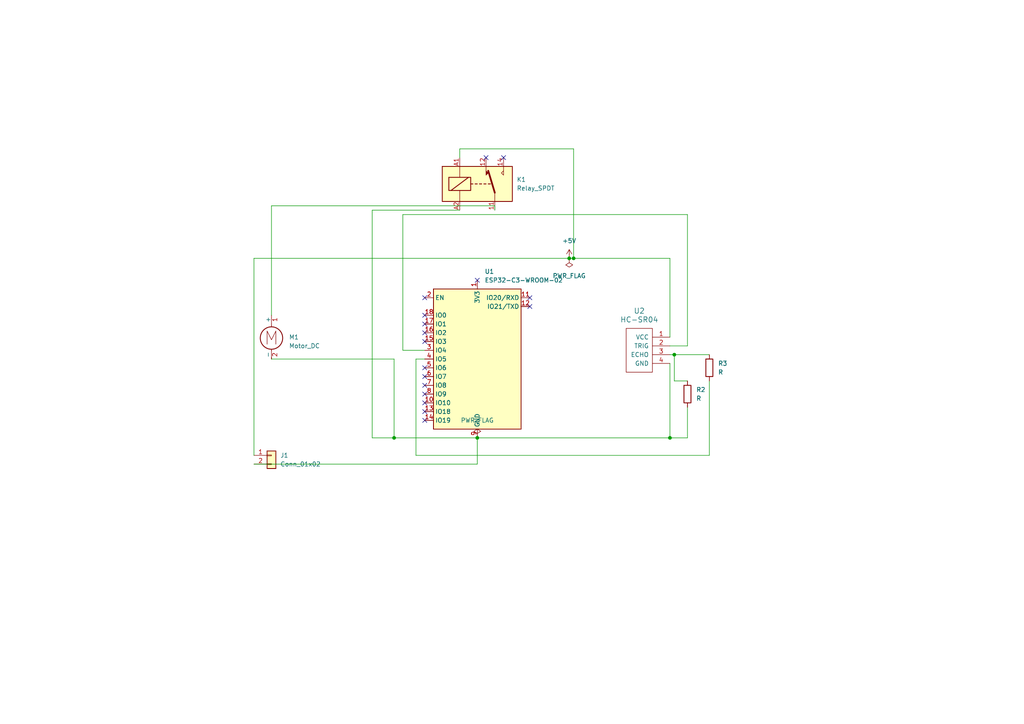
<source format=kicad_sch>
(kicad_sch (version 20250114) (generator "eeschema") (generator_version "9.0")
  (paper "A4")
  (lib_symbols
    (symbol "Connector_Generic:Conn_01x02" (pin_names (offset 1.016) (hide yes))
      (property "Reference" "J" (at 0 2.54 0))
      (property "Value" "Conn_01x02" (at 0 -5.08 0))
      (symbol "Conn_01x02_1_1"
        (rectangle (start -1.27 1.27) (end 1.27 -3.81) (stroke (width 0.254)) (fill (type background)))
        (rectangle (start -1.27 0.127) (end 0 -0.127) (stroke (width 0.1524)))
        (rectangle (start -1.27 -2.413) (end 0 -2.667) (stroke (width 0.1524)))
        (pin passive line (at -5.08 0 0) (length 3.81) (name "Pin_1") (number "1"))
        (pin passive line (at -5.08 -2.54 0) (length 3.81) (name "Pin_2") (number "2"))
      )
    )
    (symbol "Device:R" (pin_numbers (hide yes)) (pin_names (offset 0))
      (property "Reference" "R" (at 2.032 0 90))
      (property "Value" "R" (at 0 0 90))
      (symbol "R_0_1"
        (rectangle (start -1.016 -2.54) (end 1.016 2.54) (stroke (width 0.254)))
      )
      (symbol "R_1_1"
        (pin passive line (at 0 3.81 270) (length 1.27) (name "~") (number "1"))
        (pin passive line (at 0 -3.81 90) (length 1.27) (name "~") (number "2"))
      )
    )
    (symbol "Motor:Motor_DC" (pin_names (offset 0))
      (property "Reference" "M" (at 2.54 2.54 0))
      (property "Value" "Motor_DC" (at 2.54 -5.08 0))
      (symbol "Motor_DC_0_0"
        (polyline (pts (xy -1.27 -3.302) (xy -1.27 0.508) (xy 0 -2.032) (xy 1.27 0.508) (xy 1.27 -3.302)))
      )
      (symbol "Motor_DC_0_1"
        (polyline (pts (xy 0 2.032) (xy 0 2.54)))
        (polyline (pts (xy 0 1.7272) (xy 0 2.0828)))
        (circle (center 0 -1.524) (radius 3.2512) (stroke (width 0.254)))
        (polyline (pts (xy 0 -4.7752) (xy 0 -5.1816)))
        (polyline (pts (xy 0 -7.62) (xy 0 -7.112)))
      )
      (symbol "Motor_DC_1_1"
        (pin passive line (at 0 5.08 270) (length 2.54) (name "+") (number "1"))
        (pin passive line (at 0 -7.62 90) (length 2.54) (name "-") (number "2"))
      )
    )
    (symbol "RF_Module:ESP32-C3-WROOM-02"
      (property "Reference" "U" (at -12.192 21.336 0))
      (property "Value" "ESP32-C3-WROOM-02" (at 12.192 21.336 0))
      (symbol "ESP32-C3-WROOM-02_1_1"
        (rectangle (start -12.7 20.32) (end 12.7 -20.32) (stroke (width 0.254)) (fill (type background)))
        (pin input line (at -15.24 17.78 0) (length 2.54) (name "EN") (number "2"))
        (pin bidirectional line (at -15.24 12.7 0) (length 2.54) (name "IO0") (number "18"))
        (pin bidirectional line (at -15.24 10.16 0) (length 2.54) (name "IO1") (number "17"))
        (pin bidirectional line (at -15.24 7.62 0) (length 2.54) (name "IO2") (number "16"))
        (pin bidirectional line (at -15.24 5.08 0) (length 2.54) (name "IO3") (number "15"))
        (pin bidirectional line (at -15.24 2.54 0) (length 2.54) (name "IO4") (number "3"))
        (pin bidirectional line (at -15.24 0 0) (length 2.54) (name "IO5") (number "4"))
        (pin bidirectional line (at -15.24 -2.54 0) (length 2.54) (name "IO6") (number "5"))
        (pin bidirectional line (at -15.24 -5.08 0) (length 2.54) (name "IO7") (number "6"))
        (pin bidirectional line (at -15.24 -7.62 0) (length 2.54) (name "IO8") (number "7"))
        (pin bidirectional line (at -15.24 -10.16 0) (length 2.54) (name "IO9") (number "8"))
        (pin bidirectional line (at -15.24 -12.7 0) (length 2.54) (name "IO10") (number "10"))
        (pin bidirectional line (at -15.24 -15.24 0) (length 2.54) (name "IO18") (number "13"))
        (pin bidirectional line (at -15.24 -17.78 0) (length 2.54) (name "IO19") (number "14"))
        (pin power_in line (at 0 22.86 270) (length 2.54) (name "3V3") (number "1"))
        (pin passive line (at 0 -22.86 90) (length 2.54) (hide yes) (name "GND") (number "19"))
        (pin power_in line (at 0 -22.86 90) (length 2.54) (name "GND") (number "9"))
        (pin bidirectional line (at 15.24 17.78 180) (length 2.54) (name "IO20/RXD") (number "11"))
        (pin bidirectional line (at 15.24 15.24 180) (length 2.54) (name "IO21/TXD") (number "12"))
      )
    )
    (symbol "Relay:Relay_SPDT"
      (property "Reference" "K" (at 11.43 3.81 0))
      (property "Value" "Relay_SPDT" (at 11.43 1.27 0))
      (symbol "Relay_SPDT_0_0"
        (polyline (pts (xy 7.62 5.08) (xy 7.62 2.54) (xy 6.985 3.175) (xy 7.62 3.81)))
      )
      (symbol "Relay_SPDT_0_1"
        (rectangle (start -10.16 5.08) (end 10.16 -5.08) (stroke (width 0.254)) (fill (type background)))
        (rectangle (start -8.255 1.905) (end -1.905 -1.905) (stroke (width 0.254)))
        (polyline (pts (xy -7.62 -1.905) (xy -2.54 1.905)) (stroke (width 0.254)))
        (polyline (pts (xy -5.08 5.08) (xy -5.08 1.905)))
        (polyline (pts (xy -5.08 -5.08) (xy -5.08 -1.905)))
        (polyline (pts (xy -1.905 0) (xy -1.27 0)) (stroke (width 0.254)))
        (polyline (pts (xy -0.635 0) (xy 0 0)) (stroke (width 0.254)))
        (polyline (pts (xy 0.635 0) (xy 1.27 0)) (stroke (width 0.254)))
        (polyline (pts (xy 1.905 0) (xy 2.54 0)) (stroke (width 0.254)))
        (polyline (pts (xy 2.54 5.08) (xy 2.54 2.54) (xy 3.175 3.175) (xy 2.54 3.81)) (fill (type outline)))
        (polyline (pts (xy 3.175 0) (xy 3.81 0)) (stroke (width 0.254)))
        (polyline (pts (xy 5.08 -2.54) (xy 3.175 3.81)) (stroke (width 0.508)))
        (polyline (pts (xy 5.08 -2.54) (xy 5.08 -5.08)))
      )
      (symbol "Relay_SPDT_1_1"
        (pin passive line (at -5.08 7.62 270) (length 2.54) (name "~") (number "A1"))
        (pin passive line (at -5.08 -7.62 90) (length 2.54) (name "~") (number "A2"))
        (pin passive line (at 2.54 7.62 270) (length 2.54) (name "~") (number "12"))
        (pin passive line (at 5.08 -7.62 90) (length 2.54) (name "~") (number "11"))
        (pin passive line (at 7.62 7.62 270) (length 2.54) (name "~") (number "14"))
      )
    )
    (symbol "hc-sr04:HC-SR04" (pin_names (offset 1.016))
      (property "Reference" "U" (at -6.35 -7.62 0))
      (property "Value" "HC-SR04" (at -2.54 7.62 0))
      (symbol "HC-SR04_0_1"
        (rectangle (start 0 6.35) (end -7.62 -6.35))
      )
      (symbol "HC-SR04_1_1"
        (pin input line (at 5.08 3.81 180) (length 5.08) (name "VCC") (number "1"))
        (pin input line (at 5.08 1.27 180) (length 5.08) (name "TRIG") (number "2"))
        (pin input line (at 5.08 -1.27 180) (length 5.08) (name "ECHO") (number "3"))
        (pin input line (at 5.08 -3.81 180) (length 5.08) (name "GND") (number "4"))
      )
    )
    (symbol "power:+5V" (power) (pin_numbers (hide yes)) (pin_names (offset 0) (hide yes))
      (property "Value" "+5V" (at 0 3.556 0))
      (symbol "+5V_0_1"
        (polyline (pts (xy -0.762 1.27) (xy 0 2.54)))
        (polyline (pts (xy 0 2.54) (xy 0.762 1.27)))
        (polyline (pts (xy 0 0) (xy 0 2.54)))
      )
      (symbol "+5V_1_1"
        (pin power_in line (at 0 0 90) (length 0) (name "~") (number "1"))
      )
    )
    (symbol "power:PWR_FLAG" (power) (pin_numbers (hide yes)) (pin_names (offset 0) (hide yes))
      (property "Value" "PWR_FLAG" (at 0 3.81 0))
      (symbol "PWR_FLAG_0_0"
        (pin power_out line (at 0 0 90) (length 0) (name "~") (number "1"))
      )
      (symbol "PWR_FLAG_0_1"
        (polyline (pts (xy 0 0) (xy 0 1.27) (xy -1.016 1.905) (xy 0 2.54) (xy 1.016 1.905) (xy 0 1.27)))
      )
    )
  )
  (junction (at 165.1 74.93))
  (junction (at 194.31 127))
  (junction (at 166.37 74.93))
  (junction (at 138.43 127))
  (junction (at 195.58 102.87))
  (junction (at 114.3 127))
  (no_connect (at 123.19 106.68))
  (no_connect (at 123.19 116.84))
  (no_connect (at 140.97 45.72))
  (no_connect (at 123.19 111.76))
  (no_connect (at 153.67 86.36))
  (no_connect (at 123.19 109.22))
  (no_connect (at 123.19 114.3))
  (no_connect (at 123.19 96.52))
  (no_connect (at 123.19 99.06))
  (no_connect (at 123.19 93.98))
  (no_connect (at 123.19 119.38))
  (no_connect (at 153.67 88.9))
  (no_connect (at 123.19 121.92))
  (no_connect (at 123.19 86.36))
  (no_connect (at 138.43 81.28))
  (no_connect (at 123.19 91.44))
  (no_connect (at 146.05 45.72))
  (wire (pts (xy 78.74 91.44) (xy 78.74 59.69)))
  (wire (pts (xy 133.35 43.18) (xy 166.37 43.18)))
  (wire (pts (xy 194.31 105.41) (xy 194.31 127)))
  (wire (pts (xy 78.74 59.69) (xy 143.51 59.69)))
  (wire (pts (xy 205.74 110.49) (xy 205.74 132.08)))
  (wire (pts (xy 199.39 100.33) (xy 194.31 100.33)))
  (wire (pts (xy 138.43 127) (xy 194.31 127)))
  (wire (pts (xy 133.35 45.72) (xy 133.35 43.18)))
  (wire (pts (xy 120.65 132.08) (xy 120.65 104.14)))
  (wire (pts (xy 143.51 59.69) (xy 143.51 60.96)))
  (wire (pts (xy 114.3 104.14) (xy 114.3 127)))
  (wire (pts (xy 194.31 102.87) (xy 195.58 102.87)))
  (wire (pts (xy 133.35 60.96) (xy 107.95 60.96)))
  (wire (pts (xy 107.95 60.96) (xy 107.95 127)))
  (wire (pts (xy 199.39 127) (xy 194.31 127)))
  (wire (pts (xy 195.58 102.87) (xy 195.58 110.49)))
  (wire (pts (xy 73.66 134.62) (xy 138.43 134.62)))
  (wire (pts (xy 205.74 132.08) (xy 120.65 132.08)))
  (wire (pts (xy 138.43 134.62) (xy 138.43 127)))
  (wire (pts (xy 165.1 74.93) (xy 166.37 74.93)))
  (wire (pts (xy 166.37 43.18) (xy 166.37 74.93)))
  (wire (pts (xy 73.66 74.93) (xy 165.1 74.93)))
  (wire (pts (xy 166.37 74.93) (xy 194.31 74.93)))
  (wire (pts (xy 199.39 62.23) (xy 116.84 62.23)))
  (wire (pts (xy 78.74 104.14) (xy 114.3 104.14)))
  (wire (pts (xy 195.58 110.49) (xy 199.39 110.49)))
  (wire (pts (xy 199.39 118.11) (xy 199.39 127)))
  (wire (pts (xy 120.65 104.14) (xy 123.19 104.14)))
  (wire (pts (xy 73.66 132.08) (xy 73.66 74.93)))
  (wire (pts (xy 116.84 62.23) (xy 116.84 101.6)))
  (wire (pts (xy 114.3 127) (xy 138.43 127)))
  (wire (pts (xy 107.95 127) (xy 114.3 127)))
  (wire (pts (xy 195.58 102.87) (xy 205.74 102.87)))
  (wire (pts (xy 199.39 62.23) (xy 199.39 100.33)))
  (wire (pts (xy 194.31 74.93) (xy 194.31 97.79)))
  (wire (pts (xy 116.84 101.6) (xy 123.19 101.6)))
  (symbol (lib_id "RF_Module:ESP32-C3-WROOM-02") (at 138.43 104.14 0) (unit 1)
    (property "Reference" "U1" (at 140.5733 78.74 0) (effects (justify left)))
    (property "Value" "ESP32-C3-WROOM-02" (at 140.5733 81.28 0) (effects (justify left)))
    (property "Footprint" "RF_Module:ESP32-C3-DevKitM-1" (effects (hide yes)))
    (property "Datasheet" "https://www.espressif.com/sites/default/files/documentation/esp32-c3-wroom-02_datasheet_en.pdf" (effects (hide yes)))
    (property "Description" "802.11 b/g/n Wi­Fi and Bluetooth 5 module, ESP32­C3 SoC, RISC­V microprocessor, On-board antenna" (effects (hide yes)))
  )
  (symbol (lib_id "Relay:Relay_SPDT") (at 138.43 53.34 0) (unit 1)
    (property "Reference" "K1" (at 149.86 52.0699 0) (effects (justify left)))
    (property "Value" "Relay_SPDT" (at 149.86 54.6099 0) (effects (justify left)))
    (property "Footprint" "Relay_THT:Relay_1-Form-A_Schrack-RYII_RM5mm" (effects (hide yes)))
    (property "Description" "Relay SPDT, monostable, EN50005" (effects (hide yes)))
  )
  (symbol (lib_id "power:PWR_FLAG") (at 138.43 127 0) (unit 1)
    (property "Reference" "#FLG02" (effects (hide yes)))
    (property "Value" "PWR_FLAG" (at 138.43 121.92 0))
    (property "Description" "Special symbol for telling ERC where power comes from" (effects (hide yes)))
  )
  (symbol (lib_id "power:+5V") (at 165.1 74.93 0) (unit 1)
    (property "Reference" "#PWR01" (effects (hide yes)))
    (property "Value" "+5V" (at 165.1 69.85 0))
    (property "Description" "Power symbol creates a global label with name \"+5V\"" (effects (hide yes)))
  )
  (symbol (lib_id "power:PWR_FLAG") (at 165.1 74.93 180) (unit 1)
    (property "Reference" "#FLG01" (effects (hide yes)))
    (property "Value" "PWR_FLAG" (at 165.1 80.01 0))
    (property "Description" "Special symbol for telling ERC where power comes from" (effects (hide yes)))
  )
  (symbol (lib_id "Device:R") (at 205.74 106.68 0) (unit 1)
    (property "Reference" "R3" (at 208.28 105.4099 0) (effects (justify left)))
    (property "Value" "R" (at 208.28 107.9499 0) (effects (justify left)))
    (property "Footprint" "Resistor_THT:R_Axial_DIN0204_L3.6mm_D1.6mm_P1.90mm_Vertical" (effects (hide yes)))
    (property "Description" "Resistor" (effects (hide yes)))
  )
  (symbol (lib_id "Connector_Generic:Conn_01x02") (at 78.74 132.08 0) (unit 1)
    (property "Reference" "J1" (at 81.28 132.0799 0) (effects (justify left)))
    (property "Value" "Conn_01x02" (at 81.28 134.6199 0) (effects (justify left)))
    (property "Footprint" "Connector_Pin:Pin_D0.7mm_L6.5mm_W1.8mm_FlatFork" (effects (hide yes)))
    (property "Description" "Generic connector, single row, 01x02, script generated (kicad-library-utils/schlib/autogen/connector/)" (effects (hide yes)))
  )
  (symbol (lib_id "Motor:Motor_DC") (at 78.74 96.52 0) (unit 1)
    (property "Reference" "M1" (at 83.82 97.7899 0) (effects (justify left)))
    (property "Value" "Motor_DC" (at 83.82 100.3299 0) (effects (justify left)))
    (property "Footprint" "Motors:Vybronics_VZ30C1T8219732L" (effects (hide yes)))
    (property "Description" "DC Motor" (effects (hide yes)))
  )
  (symbol (lib_id "Device:R") (at 199.39 114.3 180) (unit 1)
    (property "Reference" "R2" (at 201.93 113.0299 0) (effects (justify right)))
    (property "Value" "R" (at 201.93 115.5699 0) (effects (justify right)))
    (property "Footprint" "Resistor_THT:R_Axial_DIN0204_L3.6mm_D1.6mm_P1.90mm_Vertical" (effects (hide yes)))
    (property "Description" "Resistor" (effects (hide yes)))
  )
  (symbol (lib_id "hc-sr04:HC-SR04") (at 189.23 101.6 0) (unit 1)
    (property "Reference" "U2" (at 185.42 90.17 0) (effects (font (size 1.524 1.524))))
    (property "Value" "HC-SR04" (at 185.42 92.71 0) (effects (font (size 1.524 1.524))))
    (property "Footprint" "Connector_PinHeader_2.54mm:PinHeader_1x04_P2.54mm_Vertical" (effects (hide yes)))
  )
)
</source>
